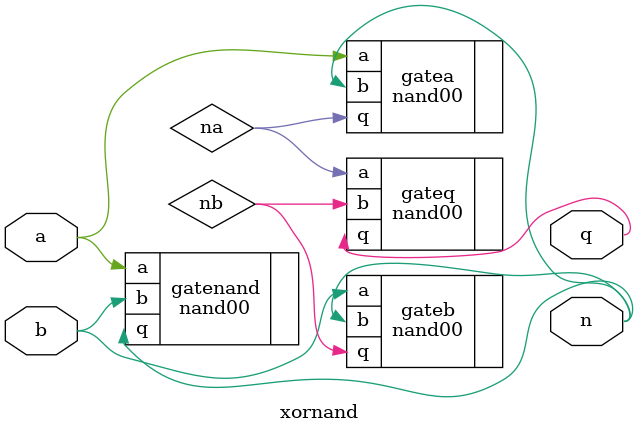
<source format=v>
`timescale 1ns/1ps

/*
2-input, 1-bit combination xor/nand gate

Truth table:
    a   b   q   n
    0   0   0   1
    1   0   1   1
    0   1   1   1
    1   1   0   0
*/

module xornand(
        input a,
        input b,
        output q,
        output n
    );
    
    wire na, nb;
    
    nand00 gatenand(
        .a(a),
        .b(b),
        .q(n)
    );
    nand00 gatea(
        .a(a),
        .b(n),
        .q(na)
    );
    nand00 gateb(
        .a(b),
        .b(n),
        .q(nb)
    );
    nand00 gateq(
        .a(na),
        .b(nb),
        .q(q)
    );
endmodule
</source>
